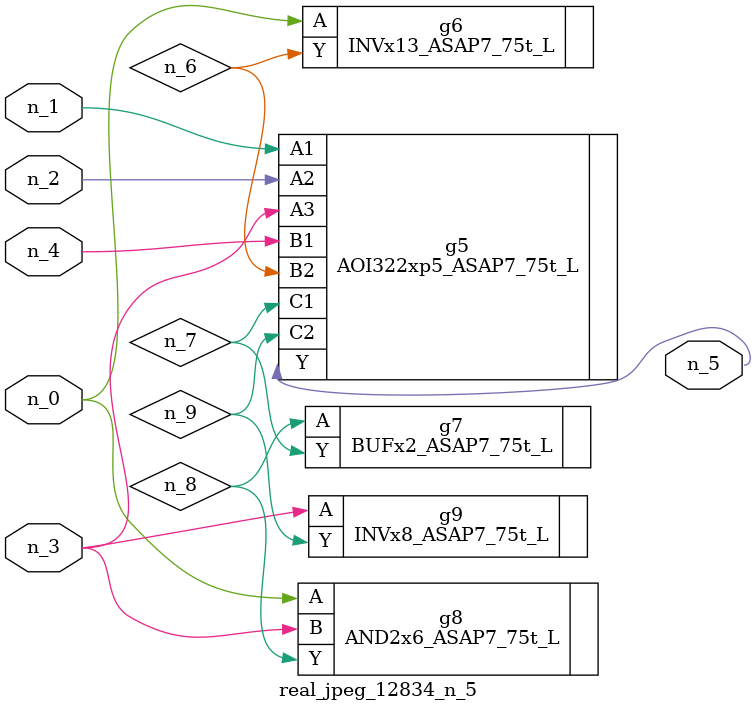
<source format=v>
module real_jpeg_12834_n_5 (n_4, n_0, n_1, n_2, n_3, n_5);

input n_4;
input n_0;
input n_1;
input n_2;
input n_3;

output n_5;

wire n_8;
wire n_6;
wire n_7;
wire n_9;

INVx13_ASAP7_75t_L g6 ( 
.A(n_0),
.Y(n_6)
);

AND2x6_ASAP7_75t_L g8 ( 
.A(n_0),
.B(n_3),
.Y(n_8)
);

AOI322xp5_ASAP7_75t_L g5 ( 
.A1(n_1),
.A2(n_2),
.A3(n_3),
.B1(n_4),
.B2(n_6),
.C1(n_7),
.C2(n_9),
.Y(n_5)
);

INVx8_ASAP7_75t_L g9 ( 
.A(n_3),
.Y(n_9)
);

BUFx2_ASAP7_75t_L g7 ( 
.A(n_8),
.Y(n_7)
);


endmodule
</source>
